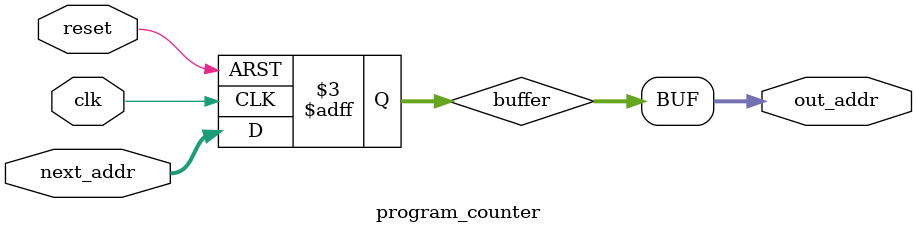
<source format=v>
`timescale 1ns / 1ps

module program_counter(next_addr, out_addr, clk, reset);
    input wire[31:0] next_addr;
    output wire[31:0] out_addr;
    input wire clk, reset;
    reg[31:0] buffer = 32'b0;

    always@(posedge clk or posedge reset)
    begin
        if(reset) buffer = 32'b0;
        else buffer = next_addr;
    end

    assign out_addr = buffer;
endmodule
</source>
